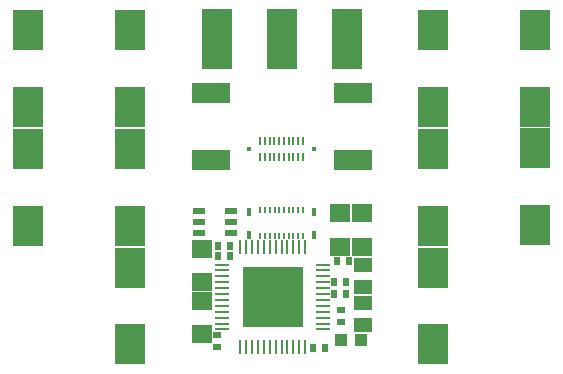
<source format=gbr>
G04 EAGLE Gerber RS-274X export*
G75*
%MOMM*%
%FSLAX34Y34*%
%LPD*%
%INSolderpaste Bottom*%
%IPPOS*%
%AMOC8*
5,1,8,0,0,1.08239X$1,22.5*%
G01*
%ADD10R,3.200000X1.800000*%
%ADD11R,1.500000X1.300000*%
%ADD12R,0.600000X0.700000*%
%ADD13R,0.700000X0.600000*%
%ADD14R,2.540000X5.080000*%
%ADD15R,1.000000X1.100000*%
%ADD16R,0.228600X1.143000*%
%ADD17R,1.143000X0.228600*%
%ADD18R,5.170000X5.170000*%
%ADD19R,1.000000X0.550000*%
%ADD20R,0.220000X0.660000*%
%ADD21R,0.350000X0.440000*%
%ADD22R,0.220000X0.475000*%
%ADD23R,0.320000X0.650000*%
%ADD24R,1.800000X1.600000*%
%ADD25R,2.500000X3.500000*%


D10*
X245491Y299844D03*
X245491Y243844D03*
X365633Y299844D03*
X365633Y243844D03*
D11*
X374079Y122848D03*
X374079Y103848D03*
X374079Y135852D03*
X374079Y154852D03*
D12*
X360092Y130239D03*
X350092Y130239D03*
X360092Y140589D03*
X350092Y140589D03*
D13*
X251270Y94980D03*
X251270Y84980D03*
X356045Y106697D03*
X356045Y116697D03*
D12*
X352696Y157861D03*
X362696Y157861D03*
X332566Y84392D03*
X342566Y84392D03*
X261604Y162560D03*
X251604Y162560D03*
X251604Y171006D03*
X261604Y171006D03*
D14*
X250444Y345885D03*
X305562Y345885D03*
X360680Y345885D03*
D15*
X372927Y90932D03*
X355927Y90932D03*
D16*
X325501Y85027D03*
X320501Y85027D03*
X315501Y85027D03*
X310501Y85027D03*
X305501Y85027D03*
X300501Y85027D03*
X295501Y85027D03*
X290501Y85027D03*
X285501Y85027D03*
X280501Y85027D03*
X275501Y85027D03*
X270501Y85027D03*
X325501Y170027D03*
X320501Y170027D03*
X315501Y170027D03*
X310501Y170027D03*
X305501Y170027D03*
X300501Y170027D03*
X295501Y170027D03*
X290501Y170027D03*
X285501Y170027D03*
X280501Y170027D03*
X275501Y170027D03*
X270501Y170027D03*
D17*
X255501Y155027D03*
X255501Y150027D03*
X255501Y145027D03*
X255501Y140027D03*
X255501Y135027D03*
X255501Y130027D03*
X255501Y125027D03*
X255501Y120027D03*
X255501Y115027D03*
X255501Y110027D03*
X255501Y105027D03*
X255501Y100027D03*
X340501Y155027D03*
X340501Y150027D03*
X340501Y145027D03*
X340501Y140027D03*
X340501Y135027D03*
X340501Y130027D03*
X340501Y125027D03*
X340501Y120027D03*
X340501Y115027D03*
X340501Y110027D03*
X340501Y105027D03*
X340501Y100027D03*
D18*
X298001Y127527D03*
D19*
X235776Y181674D03*
X235776Y191174D03*
X235776Y200674D03*
X262776Y181674D03*
X262776Y191174D03*
X262776Y200674D03*
D20*
X323533Y259906D03*
X319533Y259906D03*
X315533Y259906D03*
X311533Y259906D03*
X307533Y259906D03*
X303533Y259906D03*
X299533Y259906D03*
X295533Y259906D03*
X291533Y259906D03*
X287533Y259906D03*
X323533Y246106D03*
X319533Y246106D03*
X315533Y246106D03*
X311533Y246106D03*
X307533Y246106D03*
X303533Y246106D03*
X299533Y246106D03*
X295533Y246106D03*
X291533Y246106D03*
X287533Y246106D03*
D21*
X333033Y253006D03*
X278033Y253006D03*
D22*
X323596Y200914D03*
X319596Y200914D03*
X315596Y200914D03*
X311596Y200914D03*
X307596Y200914D03*
X303596Y200914D03*
X299596Y200914D03*
X295596Y200914D03*
X291596Y200914D03*
X287596Y200914D03*
X323596Y179014D03*
X319596Y179014D03*
X315596Y179014D03*
X311596Y179014D03*
X307596Y179014D03*
X303596Y179014D03*
X299596Y179014D03*
X295596Y179014D03*
X291596Y179014D03*
X287596Y179014D03*
D23*
X333096Y199914D03*
X278096Y199914D03*
X333096Y179914D03*
X278096Y179914D03*
D24*
X237871Y124046D03*
X237871Y96046D03*
X237871Y140051D03*
X237871Y168051D03*
X355283Y170277D03*
X355283Y198277D03*
X373253Y170277D03*
X373253Y198277D03*
D25*
X91059Y353302D03*
X91059Y288302D03*
X520129Y353302D03*
X520129Y288302D03*
X177038Y353302D03*
X177038Y288302D03*
X434086Y353302D03*
X434086Y288302D03*
X177038Y187909D03*
X177038Y252909D03*
X434086Y187909D03*
X434086Y252909D03*
X434086Y152388D03*
X434086Y87388D03*
X520129Y188353D03*
X520129Y253353D03*
X90996Y187909D03*
X90996Y252909D03*
X177038Y152452D03*
X177038Y87452D03*
M02*

</source>
